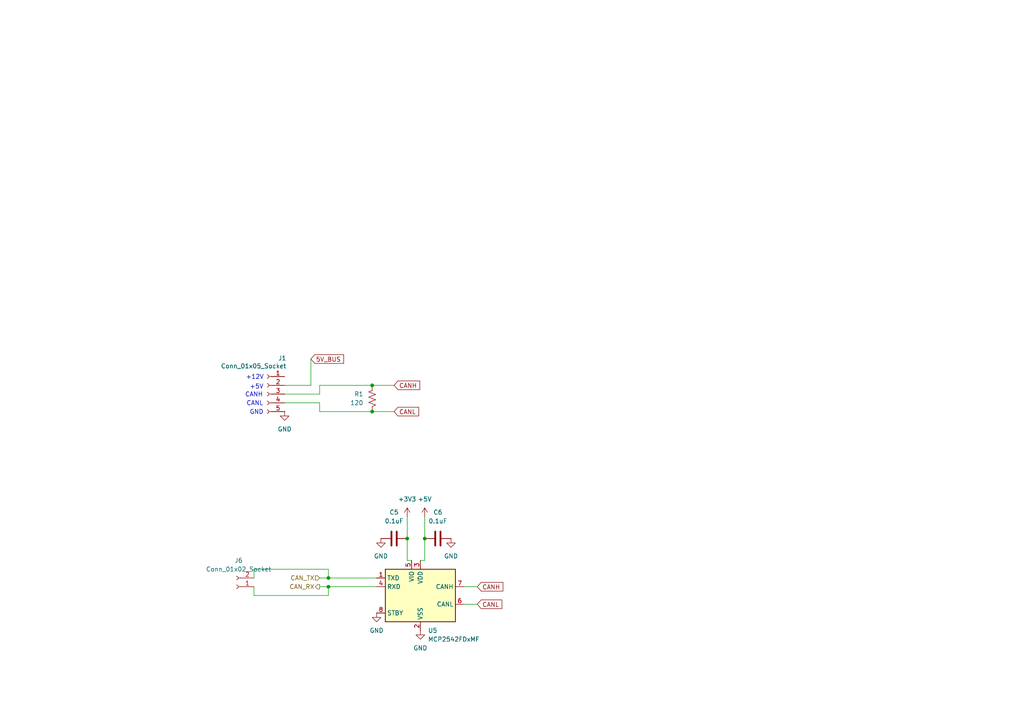
<source format=kicad_sch>
(kicad_sch (version 20231120) (generator "eeschema") (generator_version "8.0")
  (paper "A4")
  (lib_symbols
    (symbol "Connector:Conn_01x02_Socket" (pin_names (offset 1.016) hide)
      (property "Reference" "J" (at 0 2.54 0))
      (property "Value" "Conn_01x02_Socket" (at 0 -5.08 0))
      (symbol "Conn_01x02_Socket_1_1"
        (arc (start 0 -2.032) (mid -0.5058 -2.54) (end 0 -3.048) (stroke (width 0.1524)))
        (polyline (pts (xy -1.27 -2.54) (xy -0.508 -2.54)) (stroke (width 0.1524)))
        (polyline (pts (xy -1.27 0) (xy -0.508 0)) (stroke (width 0.1524)))
        (arc (start 0 0.508) (mid -0.5058 0) (end 0 -0.508) (stroke (width 0.1524)))
        (pin passive line (at -5.08 0 0) (length 3.81) (name "Pin_1") (number "1"))
        (pin passive line (at -5.08 -2.54 0) (length 3.81) (name "Pin_2") (number "2"))
      )
    )
    (symbol "Connector:Conn_01x05_Socket" (pin_names (offset 1.016) hide)
      (property "Reference" "J" (at 0 7.62 0))
      (property "Value" "Conn_01x05_Socket" (at 0 -7.62 0))
      (symbol "Conn_01x05_Socket_1_1"
        (arc (start 0 -4.572) (mid -0.5058 -5.08) (end 0 -5.588) (stroke (width 0.1524)))
        (arc (start 0 -2.032) (mid -0.5058 -2.54) (end 0 -3.048) (stroke (width 0.1524)))
        (polyline (pts (xy -1.27 -5.08) (xy -0.508 -5.08)) (stroke (width 0.1524)))
        (polyline (pts (xy -1.27 -2.54) (xy -0.508 -2.54)) (stroke (width 0.1524)))
        (polyline (pts (xy -1.27 0) (xy -0.508 0)) (stroke (width 0.1524)))
        (polyline (pts (xy -1.27 2.54) (xy -0.508 2.54)) (stroke (width 0.1524)))
        (polyline (pts (xy -1.27 5.08) (xy -0.508 5.08)) (stroke (width 0.1524)))
        (arc (start 0 0.508) (mid -0.5058 0) (end 0 -0.508) (stroke (width 0.1524)))
        (arc (start 0 3.048) (mid -0.5058 2.54) (end 0 2.032) (stroke (width 0.1524)))
        (arc (start 0 5.588) (mid -0.5058 5.08) (end 0 4.572) (stroke (width 0.1524)))
        (pin passive line (at -5.08 5.08 0) (length 3.81) (name "Pin_1") (number "1"))
        (pin passive line (at -5.08 2.54 0) (length 3.81) (name "Pin_2") (number "2"))
        (pin passive line (at -5.08 0 0) (length 3.81) (name "Pin_3") (number "3"))
        (pin passive line (at -5.08 -2.54 0) (length 3.81) (name "Pin_4") (number "4"))
        (pin passive line (at -5.08 -5.08 0) (length 3.81) (name "Pin_5") (number "5"))
      )
    )
    (symbol "Device:C" (pin_numbers hide) (pin_names (offset 0.254))
      (property "Reference" "C" (at 0.635 2.54 0))
      (property "Value" "C" (at 0.635 -2.54 0))
      (symbol "C_0_1"
        (polyline (pts (xy -2.032 -0.762) (xy 2.032 -0.762)) (stroke (width 0.508)))
        (polyline (pts (xy -2.032 0.762) (xy 2.032 0.762)) (stroke (width 0.508)))
      )
      (symbol "C_1_1"
        (pin passive line (at 0 3.81 270) (length 2.794) (name "~") (number "1"))
        (pin passive line (at 0 -3.81 90) (length 2.794) (name "~") (number "2"))
      )
    )
    (symbol "Device:R_US" (pin_numbers hide) (pin_names (offset 0))
      (property "Reference" "R" (at 2.54 0 90))
      (property "Value" "R_US" (at -2.54 0 90))
      (symbol "R_US_0_1"
        (polyline (pts (xy 0 -2.286) (xy 0 -2.54)))
        (polyline (pts (xy 0 2.286) (xy 0 2.54)))
        (polyline (pts (xy 0 -0.762) (xy 1.016 -1.143) (xy 0 -1.524) (xy -1.016 -1.905) (xy 0 -2.286)))
        (polyline (pts (xy 0 0.762) (xy 1.016 0.381) (xy 0 0) (xy -1.016 -0.381) (xy 0 -0.762)))
        (polyline (pts (xy 0 2.286) (xy 1.016 1.905) (xy 0 1.524) (xy -1.016 1.143) (xy 0 0.762)))
      )
      (symbol "R_US_1_1"
        (pin passive line (at 0 3.81 270) (length 1.27) (name "~") (number "1"))
        (pin passive line (at 0 -3.81 90) (length 1.27) (name "~") (number "2"))
      )
    )
    (symbol "Interface_CAN_LIN:MCP2542FDxMF"
      (property "Reference" "U" (at -10.16 8.89 0))
      (property "Value" "MCP2542FDxMF" (at 2.54 8.89 0))
      (symbol "MCP2542FDxMF_0_1"
        (rectangle (start -10.16 7.62) (end 10.16 -7.62) (stroke (width 0.254)) (fill (type background)))
      )
      (symbol "MCP2542FDxMF_1_1"
        (pin input line (at -12.7 5.08 0) (length 2.54) (name "TXD") (number "1"))
        (pin power_in line (at 0 -10.16 90) (length 2.54) (name "VSS") (number "2"))
        (pin power_in line (at 0 10.16 270) (length 2.54) (name "VDD") (number "3"))
        (pin output line (at -12.7 2.54 0) (length 2.54) (name "RXD") (number "4"))
        (pin power_in line (at -2.54 10.16 270) (length 2.54) (name "VIO") (number "5"))
        (pin bidirectional line (at 12.7 -2.54 180) (length 2.54) (name "CANL") (number "6"))
        (pin bidirectional line (at 12.7 2.54 180) (length 2.54) (name "CANH") (number "7"))
        (pin input line (at -12.7 -5.08 0) (length 2.54) (name "STBY") (number "8"))
        (pin passive line (at 0 -10.16 90) (length 2.54) hide (name "VSS") (number "9"))
      )
    )
    (symbol "power:+3V3" (power) (pin_numbers hide) (pin_names (offset 0) hide)
      (property "Value" "+3V3" (at 0 3.556 0))
      (symbol "+3V3_0_1"
        (polyline (pts (xy -0.762 1.27) (xy 0 2.54)))
        (polyline (pts (xy 0 0) (xy 0 2.54)))
        (polyline (pts (xy 0 2.54) (xy 0.762 1.27)))
      )
      (symbol "+3V3_1_1"
        (pin power_in line (at 0 0 90) (length 0) (name "~") (number "1"))
      )
    )
    (symbol "power:+5V" (power) (pin_numbers hide) (pin_names (offset 0) hide)
      (property "Value" "+5V" (at 0 3.556 0))
      (symbol "+5V_0_1"
        (polyline (pts (xy -0.762 1.27) (xy 0 2.54)))
        (polyline (pts (xy 0 0) (xy 0 2.54)))
        (polyline (pts (xy 0 2.54) (xy 0.762 1.27)))
      )
      (symbol "+5V_1_1"
        (pin power_in line (at 0 0 90) (length 0) (name "~") (number "1"))
      )
    )
    (symbol "power:GND" (power) (pin_numbers hide) (pin_names (offset 0) hide)
      (property "Value" "GND" (at 0 -3.81 0))
      (symbol "GND_0_1"
        (polyline (pts (xy 0 0) (xy 0 -1.27) (xy 1.27 -1.27) (xy 0 -2.54) (xy -1.27 -1.27) (xy 0 -1.27)))
      )
      (symbol "GND_1_1"
        (pin power_in line (at 0 0 270) (length 0) (name "~") (number "1"))
      )
    )
  )
  (junction (at 123.19 156.21))
  (junction (at 95.25 167.64))
  (junction (at 118.11 156.21))
  (junction (at 107.95 119.38))
  (junction (at 95.25 170.18))
  (junction (at 107.95 111.76))
  (wire (pts (xy 95.25 170.18) (xy 109.22 170.18)))
  (wire (pts (xy 95.25 170.18) (xy 95.25 172.72)))
  (wire (pts (xy 92.71 170.18) (xy 95.25 170.18)))
  (wire (pts (xy 123.19 162.56) (xy 121.92 162.56)))
  (wire (pts (xy 73.66 167.64) (xy 73.66 165.1)))
  (wire (pts (xy 73.66 165.1) (xy 95.25 165.1)))
  (wire (pts (xy 73.66 172.72) (xy 73.66 170.18)))
  (wire (pts (xy 92.71 111.76) (xy 92.71 114.3)))
  (wire (pts (xy 107.95 111.76) (xy 92.71 111.76)))
  (wire (pts (xy 92.71 119.38) (xy 107.95 119.38)))
  (wire (pts (xy 118.11 162.56) (xy 119.38 162.56)))
  (wire (pts (xy 82.55 111.76) (xy 90.17 111.76)))
  (wire (pts (xy 123.19 149.86) (xy 123.19 156.21)))
  (wire (pts (xy 123.19 156.21) (xy 123.19 162.56)))
  (wire (pts (xy 95.25 165.1) (xy 95.25 167.64)))
  (wire (pts (xy 92.71 114.3) (xy 82.55 114.3)))
  (wire (pts (xy 118.11 156.21) (xy 118.11 162.56)))
  (wire (pts (xy 92.71 167.64) (xy 95.25 167.64)))
  (wire (pts (xy 134.62 175.26) (xy 138.43 175.26)))
  (wire (pts (xy 92.71 116.84) (xy 92.71 119.38)))
  (wire (pts (xy 95.25 167.64) (xy 109.22 167.64)))
  (wire (pts (xy 95.25 172.72) (xy 73.66 172.72)))
  (wire (pts (xy 134.62 170.18) (xy 138.43 170.18)))
  (wire (pts (xy 114.3 119.38) (xy 107.95 119.38)))
  (wire (pts (xy 92.71 116.84) (xy 82.55 116.84)))
  (wire (pts (xy 114.3 111.76) (xy 107.95 111.76)))
  (wire (pts (xy 118.11 149.86) (xy 118.11 156.21)))
  (wire (pts (xy 90.17 104.14) (xy 90.17 111.76)))
  (text "CANH" (at 73.66 114.554 0) (effects (font (size 1.27 1.27))))
  (text "+5V" (at 74.422 112.268 0) (effects (font (size 1.27 1.27))))
  (text "+12V" (at 73.914 109.474 0) (effects (font (size 1.27 1.27))))
  (text "GND" (at 74.422 119.634 0) (effects (font (size 1.27 1.27))))
  (text "CANL\n" (at 73.914 117.094 0) (effects (font (size 1.27 1.27))))
  (global_label "CANL" (shape input) (at 114.3 119.38 0) (property "Intersheetrefs" "${INTERSHEET_REFS}" (effects (hide yes))))
  (global_label "CANL" (shape input) (at 138.43 175.26 0) (property "Intersheetrefs" "${INTERSHEET_REFS}" (effects (hide yes))))
  (global_label "CANH" (shape input) (at 138.43 170.18 0) (property "Intersheetrefs" "${INTERSHEET_REFS}" (effects (hide yes))))
  (global_label "5V_BUS" (shape input) (at 90.17 104.14 0) (property "Intersheetrefs" "${INTERSHEET_REFS}" (effects (hide yes))))
  (global_label "CANH" (shape input) (at 114.3 111.76 0) (property "Intersheetrefs" "${INTERSHEET_REFS}" (effects (hide yes))))
  (hierarchical_label "CAN_TX" (shape input) (at 92.71 167.64 180))
  (hierarchical_label "CAN_RX" (shape output) (at 92.71 170.18 180))
  (symbol (lib_id "power:+5V") (at 123.19 149.86 0) (unit 1)
    (property "Reference" "#PWR06" (effects (hide yes)))
    (property "Value" "+5V" (at 123.19 144.78 0))
    (property "Description" "Power symbol creates a global label with name \"+5V\"" (effects (hide yes)))
  )
  (symbol (lib_id "Device:C") (at 127 156.21 90) (unit 1)
    (property "Reference" "C6" (at 127 148.59 90))
    (property "Value" "0.1uF" (at 127 151.13 90))
    (property "Footprint" "Capacitor_SMD:C_0603_1608Metric" (effects (hide yes)))
    (property "Description" "Unpolarized capacitor" (effects (hide yes)))
  )
  (symbol (lib_id "power:GND") (at 110.49 156.21 0) (unit 1)
    (property "Reference" "#PWR03" (effects (hide yes)))
    (property "Value" "GND" (at 110.49 161.29 0))
    (property "Description" "Power symbol creates a global label with name \"GND\" , ground" (effects (hide yes)))
  )
  (symbol (lib_id "power:GND") (at 121.92 182.88 0) (unit 1)
    (property "Reference" "#PWR05" (effects (hide yes)))
    (property "Value" "GND" (at 121.92 187.96 0))
    (property "Description" "Power symbol creates a global label with name \"GND\" , ground" (effects (hide yes)))
  )
  (symbol (lib_id "Connector:Conn_01x05_Socket") (at 77.47 114.3 0) (mirror y) (unit 1)
    (property "Reference" "J1" (at 83.058 103.886 0) (effects (justify left)))
    (property "Value" "Conn_01x05_Socket" (at 83.058 106.172 0) (effects (justify left)))
    (property "Footprint" "Connector_PinSocket_2.54mm:PinSocket_1x05_P2.54mm_Vertical" (effects (hide yes)))
    (property "Description" "Generic connector, single row, 01x05, script generated" (effects (hide yes)))
  )
  (symbol (lib_id "power:GND") (at 109.22 177.8 0) (unit 1)
    (property "Reference" "#PWR02" (effects (hide yes)))
    (property "Value" "GND" (at 109.22 182.88 0))
    (property "Description" "Power symbol creates a global label with name \"GND\" , ground" (effects (hide yes)))
  )
  (symbol (lib_id "Device:R_US") (at 107.95 115.57 0) (mirror y) (unit 1)
    (property "Reference" "R1" (at 105.41 114.2999 0) (effects (justify left)))
    (property "Value" "120" (at 105.41 116.8399 0) (effects (justify left)))
    (property "Footprint" "Resistor_SMD:R_0603_1608Metric" (effects (hide yes)))
    (property "Description" "Resistor, US symbol" (effects (hide yes)))
  )
  (symbol (lib_id "power:GND") (at 130.81 156.21 0) (unit 1)
    (property "Reference" "#PWR07" (effects (hide yes)))
    (property "Value" "GND" (at 130.81 161.29 0))
    (property "Description" "Power symbol creates a global label with name \"GND\" , ground" (effects (hide yes)))
  )
  (symbol (lib_id "power:GND") (at 82.55 119.38 0) (mirror y) (unit 1)
    (property "Reference" "#PWR01" (effects (hide yes)))
    (property "Value" "GND" (at 82.55 124.46 0))
    (property "Description" "Power symbol creates a global label with name \"GND\" , ground" (effects (hide yes)))
  )
  (symbol (lib_id "Interface_CAN_LIN:MCP2542FDxMF") (at 121.92 172.72 0) (unit 1)
    (property "Reference" "U5" (at 124.1141 182.88 0) (effects (justify left)))
    (property "Value" "MCP2542FDxMF" (at 124.1141 185.42 0) (effects (justify left)))
    (property "Footprint" "Package_DFN_QFN:DFN-8-1EP_3x3mm_P0.65mm_EP1.55x2.4mm" (effects (hide yes)))
    (property "Datasheet" "http://ww1.microchip.com/downloads/en/DeviceDoc/MCP2542FD-4FD-MCP2542WFD-4WFD-Data-Sheet20005514B.pdf" (effects (hide yes)))
    (property "Description" "CAN-FD Transceiver, Wake-Up on CAN activity, 8Mbps, 5V supply, STBY pin, 3x3 DFN-8" (effects (hide yes)))
  )
  (symbol (lib_id "Device:C") (at 114.3 156.21 90) (unit 1)
    (property "Reference" "C5" (at 114.3 148.59 90))
    (property "Value" "0.1uF" (at 114.3 151.13 90))
    (property "Footprint" "Capacitor_SMD:C_0603_1608Metric" (effects (hide yes)))
    (property "Description" "Unpolarized capacitor" (effects (hide yes)))
  )
  (symbol (lib_id "Connector:Conn_01x02_Socket") (at 68.58 170.18 180) (unit 1)
    (property "Reference" "J6" (at 69.215 162.56 0))
    (property "Value" "Conn_01x02_Socket" (at 69.215 165.1 0))
    (property "Footprint" "Connector_PinSocket_2.54mm:PinSocket_1x02_P2.54mm_Vertical" (effects (hide yes)))
    (property "Description" "Generic connector, single row, 01x02, script generated" (effects (hide yes)))
  )
  (symbol (lib_id "power:+3V3") (at 118.11 149.86 0) (unit 1)
    (property "Reference" "#PWR04" (effects (hide yes)))
    (property "Value" "+3V3" (at 118.11 144.78 0))
    (property "Description" "Power symbol creates a global label with name \"+3V3\"" (effects (hide yes)))
  )
)
</source>
